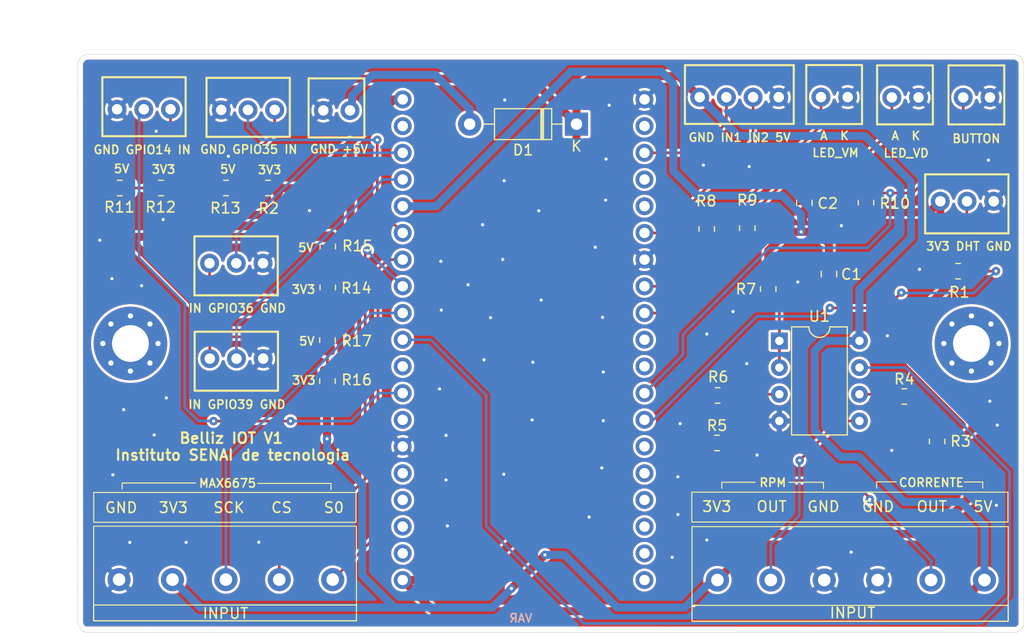
<source format=kicad_pcb>
(kicad_pcb (version 20221018) (generator pcbnew)
  (layers (0 "F.Cu" signal) (31 "B.Cu" signal) (34 "B.Paste" user) (35 "F.Paste" user) (36 "B.SilkS" user "B.Silkscreen") (37 "F.SilkS" user "F.Silkscreen") (38 "B.Mask" user) (39 "F.Mask" user) (44 "Edge.Cuts" user))
  (net 0 "")
  (net 1 "BUFFER_ACS712")
  (net 2 "Earth")
  (net 3 "BT_CONFIG")
  (net 4 "Rele_2")
  (net 5 "5V")
  (net 6 "Net-(J2-Pad1)")
  (net 7 "Net-(J3-Pad1)")
  (net 8 "SO_MAX6675")
  (net 9 "CS_MAX6675")
  (net 10 "SCK_MAX6675")
  (net 11 "OUT_ACS712")
  (net 12 "OUT_TCRT5000")
  (net 13 "3V3")
  (net 20 "OUT_DHT")
  (net 23 "LED_VD")
  (net 24 "LED_VM")
  (net 31 "Rele_1")
  (net 33 "GPIO14")
  (net 34 "OUT_RPM")
  (net 35 "GPIO35")
  (net 36 "GPIO39")
  (net 37 "GPIO36")
  (net 39 "Net-(U1B--)")
  (net 40 "Net-(U1A-+)")
  (net 41 "Net-(U1A--)")
  (net 42 "Net-(J7-Pin_3)")
  (net 43 "Net-(J12-Pin_3)")
  (net 44 "Net-(J13-Pin_3)")
  (net 45 "Net-(J14-Pin_3)")
  (net 48 "Net-(D1-A)")
  (footprint "My_library_footprint:KK_2vias" (layer "F.Cu") (at 129.43 54.09)
    (fp_text reference "J3" hide)
    (fp_text value "440054-2" hide)
  )
  (footprint "My_library_footprint:KK_2vias" (layer "F.Cu") (at 122.6893 54.0623)
    (fp_text reference "J2" hide)
    (fp_text value "440054-2" hide)
  )
  (footprint "MountingHole:MountingHole_3.5mm_Pad_Via" (layer "F.Cu") (at 55 77.5)
    (fp_text reference "REF**" hide)
    (fp_text value "MountingHole_3.5mm_Pad_Via" hide)
  )
  (footprint "Resistor_SMD:R_0805_2012Metric" (layer "F.Cu") (at 53.98375 62.70875)
    (fp_text reference "R11")
    (fp_text value "0R")
  )
  (footprint "Resistor_SMD:R_0805_2012Metric" (layer "F.Cu") (at 109.82 66.6 90)
    (fp_text reference "R8")
    (fp_text value "330R")
  )
  (footprint "My_library_footprint:KK_3Vias" (layer "F.Cu") (at 65.63 78.94 180)
    (fp_text reference "J14" hide)
    (fp_text value "Conn_01x03" hide)
  )
  (footprint "Resistor_SMD:R_0805_2012Metric" (layer "F.Cu") (at 113.68 66.54 90)
    (fp_text reference "R9")
    (fp_text value "330R")
  )
  (footprint "Resistor_SMD:R_0805_2012Metric" (layer "F.Cu") (at 133.73 70.62)
    (fp_text reference "R1")
    (fp_text value "4K7")
  )
  (footprint "My_library_footprint:Pin_header_19vias_female" (layer "F.Cu") (at 80.9 100 90)
    (fp_text reference "J9" hide)
    (fp_text value "Conn_01x19_Socket" hide)
  )
  (footprint "My_library_footprint:Pin_header_19vias_female" (layer "F.Cu") (at 103.9 100 90)
    (fp_text reference "J8" hide)
    (fp_text value "Conn_01x19_Socket" hide)
  )
  (footprint "Resistor_SMD:R_0805_2012Metric" (layer "F.Cu") (at 73.7412 77.1725 -90)
    (fp_text reference "R17")
    (fp_text value "0R")
  )
  (footprint "My_library_footprint:KK_3Vias" (layer "F.Cu") (at 55.73125 55.21875)
    (fp_text reference "J7" hide)
    (fp_text value "Conn_01x03" hide)
  )
  (footprint "Package_DIP:DIP-8_W7.62mm" (layer "F.Cu") (at 116.73 77.25)
    (fp_text reference "U1")
    (fp_text value "LM358")
  )
  (footprint "Resistor_SMD:R_0805_2012Metric" (layer "F.Cu") (at 128.62 82.54)
    (fp_text reference "R4")
    (fp_text value "2K2")
  )
  (footprint "Resistor_SMD:R_0805_2012Metric" (layer "F.Cu") (at 73.7412 81.0825 90)
    (fp_text reference "R16")
    (fp_text value "0R")
  )
  (footprint "My_library_footprint:KRE_5Vias" (layer "F.Cu") (at 58.9997 99.96 180)
    (fp_text reference "J15" hide)
    (fp_text value "Conn_01x05")
  )
  (footprint "My_library_footprint:KK_4vias" (layer "F.Cu") (at 111.15 54.07)
    (fp_text reference "J6" hide)
    (fp_text value "Conn_01x04" hide)
  )
  (footprint "Resistor_SMD:R_0805_2012Metric" (layer "F.Cu") (at 131.74 86.82 90)
    (fp_text reference "R3")
    (fp_text value "750R")
  )
  (footprint "My_library_footprint:KK_2vias" (layer "F.Cu") (at 75.3493 55.32875)
    (fp_text reference "J1" hide)
    (fp_text value "~" hide)
  )
  (footprint "My_library_footprint:KK_3Vias" (layer "F.Cu") (at 65.64125 55.27875)
    (fp_text reference "J12" hide)
    (fp_text value "Conn_01x03" hide)
  )
  (footprint "Diode_THT:D_DO-41_SOD81_P10.16mm_Horizontal" (layer "F.Cu") (at 97.43 56.63 180)
    (fp_text reference "D1")
    (fp_text value "1N4007")
  )
  (footprint "Resistor_SMD:R_0805_2012Metric" (layer "F.Cu") (at 64.09125 62.70875)
    (fp_text reference "R13")
    (fp_text value "0R")
  )
  (footprint "Resistor_SMD:R_0805_2012Metric" (layer "F.Cu") (at 68.09125 62.70875 180)
    (fp_text reference "R2")
    (fp_text value "0R")
  )
  (footprint "MountingHole:MountingHole_3.5mm_Pad_Via" (layer "F.Cu") (at 135 77.5)
    (fp_text reference "REF**" hide)
    (fp_text value "MountingHole_3.5mm_Pad_Via" hide)
  )
  (footprint "Resistor_SMD:R_0805_2012Metric" (layer "F.Cu") (at 110.8 86.96)
    (fp_text reference "R5")
    (fp_text value "10K")
  )
  (footprint "My_library_footprint:KRE_6Vias" (layer "F.Cu") (at 121 100 180)
    (fp_text reference "J10" hide)
    (fp_text value "Conn_01x06" hide)
  )
  (footprint "Resistor_SMD:R_0805_2012Metric" (layer "F.Cu") (at 57.91125 62.70875 180)
    (fp_text reference "R12")
    (fp_text value "0R")
  )
  (footprint "Resistor_SMD:R_0805_2012Metric" (layer "F.Cu") (at 73.77 72.1675 90)
    (fp_text reference "R14")
    (fp_text value "0R")
  )
  (footprint "My_library_footprint:KK_3Vias" (layer "F.Cu") (at 135.12 63.97 180)
    (fp_text reference "J11" hide)
    (fp_text value "Conn_01x03" hide)
  )
  (footprint "My_library_footprint:KK_2vias" (layer "F.Cu") (at 136.2193 54.0923)
    (fp_text reference "J4" hide)
    (fp_text value "440054-2" hide)
  )
  (footprint "Resistor_SMD:R_0805_2012Metric" (layer "F.Cu") (at 115.67 72.32 90)
    (fp_text reference "R7")
    (fp_text value "100R")
  )
  (footprint "Capacitor_SMD:C_0805_2012Metric" (layer "F.Cu") (at 121.45 70.89 -90)
    (fp_text reference "C1")
    (fp_text value "100nF")
  )
  (footprint "My_library_footprint:KK_3Vias" (layer "F.Cu") (at 65.6088 69.865 180)
    (fp_text reference "J13" hide)
    (fp_text value "Conn_01x03" hide)
  )
  (footprint "Resistor_SMD:R_0805_2012Metric" (layer "F.Cu") (at 124.97 64.1 90)
    (fp_text reference "R10")
    (fp_text value "10K")
  )
  (footprint "Resistor_SMD:R_0805_2012Metric" (layer "F.Cu") (at 110.86 82.44 180)
    (fp_text reference "R6")
    (fp_text value "20K")
  )
  (footprint "Capacitor_SMD:C_0805_2012Metric" (layer "F.Cu") (at 119.11 64.13 -90)
    (fp_text reference "C2")
    (fp_text value "100nF")
  )
  (footprint "Resistor_SMD:R_0805_2012Metric" (layer "F.Cu") (at 73.77 68.2675 -90)
    (fp_text reference "R15")
    (fp_text value "0R")
  )
  (gr_line (start 125.9825 91.25) (end 125.9825 90.66) (stroke (width 0.1)) (layer "F.SilkS"))
  (gr_rect (start 108.4 91.64) (end 138.47 94.48) (stroke (width 0.1)) (fill none) (layer "F.SilkS"))
  (gr_line (start 74.08 91.405) (end 74.08 90.815) (stroke (width 0.1)) (layer "F.SilkS"))
  (gr_line (start 67.1 90.81) (end 74.08 90.81) (stroke (width 0.1)) (layer "F.SilkS"))
  (gr_line (start 134.32 90.675) (end 136.08 90.675) (stroke (width 0.1)) (layer "F.SilkS"))
  (gr_line (start 120.93 91.295) (end 120.93 90.705) (stroke (width 0.1)) (layer "F.SilkS"))
  (gr_line (start 136.08 91.265) (end 136.08 90.675) (stroke (width 0.1)) (layer "F.SilkS"))
  (gr_rect (start 51.51 91.67) (end 76.46 94.51) (stroke (width 0.1)) (fill none) (layer "F.SilkS"))
  (gr_line (start 111.265 90.7) (end 114.42 90.7) (stroke (width 0.1)) (layer "F.SilkS"))
  (gr_line (start 111.26 91.29) (end 111.26 90.7) (stroke (width 0.1)) (layer "F.SilkS"))
  (gr_line (start 125.9875 90.66) (end 127.8325 90.66) (stroke (width 0.1)) (layer "F.SilkS"))
  (gr_line (start 117.615 90.7) (end 120.925 90.7) (stroke (width 0.1)) (layer "F.SilkS"))
  (gr_line (start 54.21 91.365) (end 54.21 90.775) (stroke (width 0.1)) (layer "F.SilkS"))
  (gr_line (start 54.21 90.77) (end 61.19 90.77) (stroke (width 0.1)) (layer "F.SilkS"))
  (gr_arc (start 139 50) (mid 139.707107 50.292893) (end 140 51) (stroke (width 0.05)) (layer "Edge.Cuts"))
  (gr_line (start 140 104) (end 140 51) (stroke (width 0.05)) (layer "Edge.Cuts"))
  (gr_arc (start 140 104) (mid 139.707107 104.707107) (end 139 105) (stroke (width 0.05)) (layer "Edge.Cuts"))
  (gr_line (start 49.990001 50.98005) (end 50.010001 103.956615) (stroke (width 0.05)) (layer "Edge.Cuts"))
  (gr_line (start 139 50) (end 50.98 50) (stroke (width 0.05)) (layer "Edge.Cuts"))
  (gr_arc (start 49.990001 50.98005) (mid 50.283474 50.286453) (end 50.98 50) (stroke (width 0.05)) (layer "Edge.Cuts"))
  (gr_arc (start 51.01 104.997414) (mid 50.288325 104.69) (end 50.010001 103.956615) (stroke (width 0.05)) (layer "Edge.Cuts"))
  (gr_line (start 51.01 104.997414) (end 139 105) (stroke (width 0.05)) (layer "Edge.Cuts"))
  (gr_text "VAR\n" (at 93.32 104.1) (layer "B.SilkS") (effects (font (size 0.8 0.8) (thickness 0.15) bold) (justify left bottom mirror)))
  (gr_text "LED_VM" (at 119.78 59.83) (layer "F.SilkS") (effects (font (size 0.8 0.8) (thickness 0.15) bold) (justify left bottom)))
  (gr_text "A  K" (at 120.52 58.21) (layer "F.SilkS") (effects (font (size 0.8 0.8) (thickness 0.15) bold) (justify left bottom)))
  (gr_text "BUTTON" (at 133.1 58.48) (layer "F.SilkS") (effects (font (size 0.8 0.8) (thickness 0.15) bold) (justify left bottom)))
  (gr_text "3V3" (at 70.2912 81.47) (layer "F.SilkS") (effects (font (size 0.8 0.8) (thickness 0.15) bold) (justify left bottom)))
  (gr_text "3V3" (at 67.04245 61.44875) (layer "F.SilkS") (effects (font (size 0.8 0.8) (thickness 0.15) bold) (justify left bottom)))
  (gr_text "3V3" (at 70.26 72.8275) (layer "F.SilkS") (effects (font (size 0.8 0.8) (thickness 0.15) bold) (justify left bottom)))
  (gr_text "GND GPIO14 IN\n" (at 51.41125 59.53875) (layer "F.SilkS") (effects (font (size 0.8 0.8) (thickness 0.15) bold) (justify left bottom)))
  (gr_text "GND" (at 52.5 93.7) (layer "F.SilkS") (effects (font (size 1 1)) (justify left bottom)))
  (gr_text "3V3" (at 109.3 93.6) (layer "F.SilkS") (effects (font (size 1 1)) (justify left bottom)))
  (gr_text "CS" (at 68.3 93.7) (layer "F.SilkS") (effects (font (size 1 1)) (justify left bottom)))
  (gr_text "IN GPIO36 GND" (at 60.4588 74.615) (layer "F.SilkS") (effects (font (size 0.8 0.8) (thickness 0.15) bold) (justify left bottom)))
  (gr_text "LED_VD" (at 126.56 59.86) (layer "F.SilkS") (effects (font (size 0.8 0.8) (thickness 0.15) bold) (justify left bottom)))
  (gr_text "OUT" (at 129.7 93.6) (layer "F.SilkS") (effects (font (size 1 1)) (justify left bottom)))
  (gr_text "RPM" (at 114.75 91.2) (layer "F.SilkS") (effects (font (size 0.8 0.8) (thickness 0.15) bold) (justify left bottom)))
  (gr_text "GND IN1 IN2 5V" (at 108.01 58.37) (layer "F.SilkS") (effects (font (size 0.8 0.8) (thickness 0.15) bold) (justify left bottom)))
  (gr_text "5V" (at 63.44245 61.38875) (layer "F.SilkS") (effects (font (size 0.8 0.8) (thickness 0.15) bold) (justify left bottom)))
  (gr_text "GND" (at 119.3 93.6) (layer "F.SilkS") (effects (font (size 1 1)) (justify left bottom)))
  (gr_text "A  K" (at 127.31 58.21) (layer "F.SilkS") (effects (font (size 0.8 0.8) (thickness 0.15) bold) (justify left bottom)))
  (gr_text "MAX6675" (at 61.43 91.26) (layer "F.SilkS") (effects (font (size 0.8 0.8) (thickness 0.15) bold) (justify left bottom)))
  (gr_text "OUT" (at 114.47 93.6) (layer "F.SilkS") (effects (font (size 1 1)) (justify left bottom)))
  (gr_text "GND +5V\n" (at 72.00125 59.47875) (layer "F.SilkS") (effects (font (size 0.8 0.8) (thickness 0.15) bold) (justify left bottom)))
  (gr_text "5V" (at 135.1 93.6) (layer "F.SilkS") (effects (font (size 1 1)) (justify left bottom)))
  (gr_text "S0" (at 73.3 93.7) (layer "F.SilkS") (effects (font (size 1 1)) (justify left bottom)))
  (gr_text "5V" (at 70.9612 77.75) (layer "F.SilkS") (effects (font (size 0.8 0.8) (thickness 0.15) bold) (justify left bottom)))
  (gr_text "3V3" (at 57.6 93.7) (layer "F.SilkS") (effects (font (size 1 1)) (justify left bottom)))
  (gr_text "        Belliz IOT V1\nInstituto SENAI de tecnologia\n" (at 53.46 88.7) (layer "F.SilkS") (effects (font (size 1 1) (thickness 0.2) bold) (justify left bottom)))
  (gr_text "SCK" (at 62.8 93.7) (layer "F.SilkS") (effects (font (size 1 1)) (justify left bottom)))
  (gr_text "3V3" (at 56.94375 61.40875) (layer "F.SilkS") (effects (font (size 0.8 0.8) (thickness 0.15) bold) (justify left bottom)))
  (gr_text "3V3 DHT GND\n" (at 130.61 68.72) (layer "F.SilkS") (effects (font (size 0.8 0.8) (thickness 0.15) bold) (justify left bottom)))
  (gr_text "GND" (at 124.5 93.6) (layer "F.SilkS") (effects (font (size 1 1)) (justify left bottom)))
  (gr_text "GND GPIO35 IN" (at 61.55125 59.50875) (layer "F.SilkS") (effects (font (size 0.8 0.8) (thickness 0.15) bold) (justify left bottom)))
  (gr_text "5V" (at 53.34375 61.34875) (layer "F.SilkS") (effects (font (size 0.8 0.8) (thickness 0.15) bold) (justify left bottom)))
  (gr_text "IN GPIO39 GND" (at 60.42 83.775) (layer "F.SilkS") (effects (font (size 0.8 0.8) (thickness 0.15) bold) (justify left bottom)))
  (gr_text "CORRENTE" (at 128.02 91.2) (layer "F.SilkS") (effects (font (size 0.8 0.8) (thickness 0.15) bold) (justify left bottom)))
  (gr_text "5V" (at 70.87 68.8475) (layer "F.SilkS") (effects (font (size 0.8 0.8) (thickness 0.15) bold) (justify left bottom)))
  (segment (start 118.8 66.88) (end 117.45 66.88) (width 0.762) (layer "F.Cu") (net 1))
  (segment (start 121.45 68.01) (end 120.32 66.88) (width 0.762) (layer "F.Cu") (net 1))
  (segment (start 121.45 69.94) (end 121.45 68.01) (width 0.762) (layer "F.Cu") (net 1))
  (segment (start 120.32 66.88) (end 118.8 66.88) (width 0.762) (layer "F.Cu") (net 1))
  (segment (start 117.45 66.88) (end 115.67 68.66) (width 0.762) (layer "F.Cu") (net 1))
  (segment (start 115.67 68.66) (end 115.67 71.4075) (width 0.762) (layer "F.Cu") (net 1))
  (via (at 118.8 66.88) (size 0.8) (drill 0.3) (layers "F.Cu" "B.Cu") (net 1))
  (segment (start 117.02 63.44) (end 108.98 63.44) (width 0.762) (layer "B.Cu") (net 1))
  (segment (start 106.64 61.1) (end 106.64 52.76) (width 0.762) (layer "B.Cu") (net 1))
  (segment (start 96.87 51.65) (end 84.08 64.44) (width 0.762) (layer "B.Cu") (net 1))
  (segment (start 118.8 65.22) (end 117.02 63.44) (width 0.762) (layer "B.Cu") (net 1))
  (segment (start 108.98 63.44) (end 106.64 61.1) (width 0.762) (layer "B.Cu") (net 1))
  (segment (start 105.53 51.65) (end 96.87 51.65) (width 0.762) (layer "B.Cu") (net 1))
  (segment (start 84.08 64.44) (end 80.9 64.44) (width 0.762) (layer "B.Cu") (net 1))
  (segment (start 118.8 66.88) (end 118.8 65.22) (width 0.762) (layer "B.Cu") (net 1))
  (segment (start 106.64 52.76) (end 105.53 51.65) (width 0.762) (layer "B.Cu") (net 1))
  (via (at 99.84 89.33) (size 0.8) (drill 0.3) (layers "F.Cu" "B.Cu") (net 2))
  (via (at 94.07 73.37) (size 0.8) (drill 0.3) (layers "F.Cu" "B.Cu") (net 2))
  (via (at 58.42 82.67) (size 0.8) (drill 0.3) (layers "F.Cu" "B.Cu") (net 2))
  (via (at 127.42 87.67) (size 0.8) (drill 0.3) (layers "F.Cu" "B.Cu") (net 2))
  (via (at 54.94 96.42) (size 0.8) (drill 0.3) (layers "F.Cu" "B.Cu") (net 2))
  (via (at 57.26 86.2) (size 0.8) (drill 0.3) (layers "F.Cu" "B.Cu") (net 2))
  (via (at 109.83 76.6) (size 0.8) (drill 0.3) (layers "F.Cu" "B.Cu") (net 2))
  (via (at 87.118005 71.913798) (size 0.8) (drill 0.3) (layers "F.Cu" "B.Cu") (net 2))
  (via (at 113.86 60.67) (size 0.8) (drill 0.3) (layers "F.Cu" "B.Cu") (net 2))
  (via (at 113.628398 79.411687) (size 0.8) (drill 0.3) (layers "F.Cu" "B.Cu") (net 2))
  (via (at 100.54 54.83) (size 0.8) (drill 0.3) (layers "F.Cu" "B.Cu") (net 2))
  (via (at 99.98 84.84) (size 0.8) (drill 0.3) (layers "F.Cu" "B.Cu") (net 2))
  (via (at 107.08 93.77) (size 0.8) (drill 0.3) (layers "F.Cu" "B.Cu") (net 2))
  (via (at 98.63 94.01) (size 0.8) (drill 0.3) (layers "F.Cu" "B.Cu") (net 2))
  (via (at 72.03 64.86) (size 0.8) (drill 0.3) (layers "F.Cu" "B.Cu") (net 2))
  (via (at 100.24 59.95) (size 0.8) (drill 0.3) (layers "F.Cu" "B.Cu") (net 2))
  (via (at 53.24 71.33) (size 0.8) (drill 0.3) (layers "F.Cu" "B.Cu") (net 2))
  (via (at 84.57 74.32) (size 0.8) (drill 0.3) (layers "F.Cu" "B.Cu") (net 2))
  (via (at 54.36 83.79) (size 0.8) (drill 0.3) (layers "F.Cu" "B.Cu") (net 2))
  (via (at 136.62 60.06) (size 0.8) (drill 0.3) (layers "F.Cu" "B.Cu") (net 2))
  (via (at 85.02 90.48) (size 0.8) (drill 0.3) (layers "F.Cu" "B.Cu") (net 2))
  (via (at 107.29 85.12) (size 0.8) (drill 0.3) (layers "F.Cu" "B.Cu") (net 2))
  (via (at 90.55 62.01) (size 0.8) (drill 0.3) (layers "F.Cu" "B.Cu") (net 2))
  (via (at 107.07 90.18) (size 0.8) (drill 0.3) (layers "F.Cu" "B.Cu") (net 2))
  (via (at 99.91 75.01) (size 0.8) (drill 0.3) (layers "F.Cu" "B.Cu") (net 2))
  (via (at 58.11 65.71) (size 0.8) (drill 0.3) (layers "F.Cu" "B.Cu") (net 2))
  (via (at 136.75 82.98) (size 0.8) (drill 0.3) (layers "F.Cu" "B.Cu") (net 2))
  (via (at 130.06 70.44) (size 0.8) (drill 0.3) (layers "F.Cu" "B.Cu") (net 2))
  (via (at 118.48 71.65) (size 0.8) (drill 0.3) (layers "F.Cu" "B.Cu") (net 2))
  (via (at 88.5 66.2) (size 0.8) (drill 0.3) (layers "F.Cu" "B.Cu") (net 2))
  (via (at 88.64 79.05) (size 0.8) (drill 0.3) (layers "F.Cu" "B.Cu") (net 2))
  (via (at 109.83 96.19) (size 0.8) (drill 0.3) (layers "F.Cu" "B.Cu") (net 2))
  (via (at 90.42 69.5) (size 0.8) (drill 0.3) (layers "F.Cu" "B.Cu") (net 2))
  (via (at 100.2 63.86) (size 0.8) (drill 0.3) (layers "F.Cu" "B.Cu") (net 2))
  (via (at 84.4 81.82) (size 0.8) (drill 0.3) (layers "F.Cu" "B.Cu") (net 2))
  (via (at 99.21 68.34) (size 0.8) (drill 0.3) (layers "F.Cu" "B.Cu") (net 2))
  (via (at 112.32 74.46) (size 0.8) (drill 0.3) (layers "F.Cu" "B.Cu") (net 2))
  (via (at 56.06 72) (size 0.8) (drill 0.3) (layers "F.Cu" "B.Cu") (net 2))
  (via (at 90.51 89.94) (size 0.8) (drill 0.3) (layers "F.Cu" "B.Cu") (net 2))
  (via (at 52.08 67.67) (size 0.8) (drill 0.3) (layers "F.Cu" "B.Cu") (net 2))
  (via (at 57.45 57.31) (size 0.8) (drill 0.3) (layers "F.Cu" "B.Cu") (net 2))
  (via (at 137.46 85.26) (size 0.8) (drill 0.3) (layers "F.Cu" "B.Cu") (net 2))
  (via (at 99.98 80.21) (size 0.8) (drill 0.3) (layers "F.Cu" "B.Cu") (net 2))
  (via (at 85.02 86.24) (size 0.8) (drill 0.3) (layers "F.Cu" "B.Cu") (net 2))
  (via (at 90.61 54.34) (size 0.8) (drill 0.3) (layers "F.Cu" "B.Cu") (net 2))
  (via (at 93.28 79.28) (size 0.8) (drill 0.3) (layers "F.Cu" "B.Cu") (net 2))
  (via (at 137.37 92.89) (size 0.8) (drill 0.3) (layers "F.Cu" "B.Cu") (net 2))
  (via (at 93.21 84.77) (size 0.8) (drill 0.3) (layers "F.Cu" "B.Cu") (net 2))
  (via (at 93.84 64.87) (size 0.8) (drill 0.3) (layers "F.Cu" "B.Cu") (net 2))
  (via (at 123.56 97.35) (size 0.8) (drill 0.3) (layers "F.Cu" "B.Cu") (net 2))
  (via (at 60.3 96.42) (size 0.8) (drill 0.3) (layers "F.Cu" "B.Cu") (net 2))
  (via (at 85.15 94.85) (size 0.8) (drill 0.3) (layers "F.Cu" "B.Cu") (net 2))
  (via (at 67.21 96.4) (size 0.8) (drill 0.3) (layers "F.Cu" "B.Cu") (net 2))
  (via (at 53.33 89.99) (size 0.8) (drill 0.3) (layers "F.Cu" "B.Cu") (net 2))
  (via (at 89.26 75.04) (size 0.8) (drill 0.3) (layers "F.Cu" "B.Cu") (net 2))
  (via (at 122.63 66.29) (size 0.8) (drill 0.3) (layers "F.Cu" "B.Cu") (net 2))
  (via (at 84.53 69.68) (size 0.8) (drill 0.3) (layers "F.Cu" "B.Cu") (net 2))
  (via (at 106.53 97.84) (size 0.8) (drill 0.3) (layers "F.Cu" "B.Cu") (net 2))
  (via (at 109.5 60.53) (size 0.8) (drill 0.3) (layers "F.Cu" "B.Cu") (net 2))
  (via (at 114.61 88.11) (size 0.8) (drill 0.3) (layers "F.Cu" "B.Cu") (net 2))
  (via (at 64.31 59.69) (size 0.8) (drill 0.3) (layers "F.Cu" "B.Cu") (net 2))
  (via (at 127 76.77) (size 0.8) (drill 0.3) (layers "F.Cu" "B.Cu") (net 2))
  (segment (start 127.27 63.1875) (end 124.97 63.1875) (width 0.254) (layer "F.Cu") (net 3))
  (segment (start 124.9625 63.18) (end 124.97 63.1875) (width 0.254) (layer "F.Cu") (net 3))
  (segment (start 127.27 63.1875) (end 129.4325 63.1875) (width 0.254) (layer "F.Cu") (net 3))
  (segment (start 134.2193 58.4007) (end 134.2193 54.0923) (width 0.254) (layer "F.Cu") (net 3))
  (segment (start 129.4325 63.1875) (end 134.2193 58.4007) (width 0.254) (layer "F.Cu") (net 3))
  (segment (start 119.11 63.18) (end 124.9625 63.18) (width 0.254) (layer "F.Cu") (net 3))
  (via (at 127.27 63.1875) (size 0.8) (drill 0.3) (layers "F.Cu" "B.Cu") (net 3))
  (segment (start 125.11 68.4) (end 115.8 68.4) (width 0.254) (layer "B.Cu") (net 3))
  (segment (start 107.56 76.64) (end 107.56 78.56) (width 0.254) (layer "B.Cu") (net 3))
  (segment (start 127.27 66.24) (end 125.11 68.4) (width 0.254) (layer "B.Cu") (net 3))
  (segment (start 115.8 68.4) (end 107.56 76.64) (width 0.254) (layer "B.Cu") (net 3))
  (segment (start 107.56 78.56) (end 103.9 82.22) (width 0.254) (layer "B.Cu") (net 3))
  (segment (start 127.27 63.1875) (end 127.27 66.24) (width 0.254) (layer "B.Cu") (net 3))
  (segment (start 105.53 66.98) (end 114.23 58.28) (width 0.254) (layer "F.Cu") (net 4))
  (segment (start 114.23 58.28) (end 114.23 54.07) (width 0.254) (layer "F.Cu") (net 4))
  (segment (start 103.9 66.98) (end 105.53 66.98) (width 0.254) (layer "F.Cu") (net 4))
  (segment (start 98.89 52.07) (end 107.15 52.07) (width 0.762) (layer "F.Cu") (net 5))
  (segment (start 87.68 100) (end 97.43 90.25) (width 0.762) (layer "F.Cu") (net 5))
  (segment (start 136.24 99.89) (end 133.16 102.97) (width 0.762) (layer "F.Cu") (net 5))
  (segment (start 52.51 52.51) (end 59.7825 52.51) (width 0.762) (layer "F.Cu") (net 5))
  (segment (start 61.28125 54.00875) (end 61.28125 60.29875) (width 0.762) (layer "F.Cu") (net 5))
  (segment (start 93.12 52.32) (end 62.97 52.32) (width 0.762) (layer "F.Cu") (net 5))
  (segment (start 52.56125 62.70875) (end 51.76125 61.90875) (width 0.762) (layer "F.Cu") (net 5))
  (segment (start 53.07125 62.70875) (end 52.56125 62.70875) (width 0.762) (layer "F.Cu") (net 5))
  (segment (start 53.07125 65.71125) (end 53.07125 65.16875) (width 0.762) (layer "F.Cu") (net 5))
  (segment (start 107.15 52.07) (end 109.15 54.07) (width 0.762) (layer "F.Cu") (net 5))
  (segment (start 51.76125 53.25875) (end 52.51 52.51) (width 0.762) (layer "F.Cu") (net 5))
  (segment (start 80.9 100) (end 87.68 100) (width 0.762) (layer "F.Cu") (net 5))
  (segment (start 73.7412 76.26) (end 72.9612 75.48) (width 0.762) (layer "F.Cu") (net 5))
  (segment (start 61.28125 60.29875) (end 63.17875 62.19625) (width 0.762) (layer "F.Cu") (net 5))
  (segment (start 133.16 102.97) (end 83.87 102.97) (width 0.762) (layer "F.Cu") (net 5))
  (segment (start 53.07125 65.16875) (end 53.07125 62.70875) (width 0.762) (layer "F.Cu") (net 5))
  (segment (start 59.7825 52.51) (end 61.28125 54.00875) (width 0.762) (layer "F.Cu") (net 5))
  (segment (start 97.43 56.63) (end 93.12 52.32) (width 0.762) (layer "F.Cu") (net 5))
  (segment (start 97.43 90.25) (end 97.43 56.63) (width 0.762) (layer "F.Cu") (net 5))
  (segment (start 97.43 56.63) (end 97.43 53.53) (width 0.762) (layer "F.Cu") (net 5))
  (segment (start 63.17875 62.19625) (end 63.17875 62.70875) (width 0.762) (layer "F.Cu") (net 5))
  (segment (start 83.87 102.97) (end 80.9 100) (width 0.762) (layer "F.Cu") (net 5))
  (segment (start 72.9612 75.48) (end 62.84 75.48) (width 0.762) (layer "F.Cu") (net 5))
  (segment (start 62.84 75.48) (end 54.715 67.355) (width 0.762) (layer "F.Cu") (net 5))
  (segment (start 62.97 52.32) (end 61.28125 54.00875) (width 0.762) (layer "F.Cu") (net 5))
  (segment (start 54.715 67.355) (end 53.07125 65.71125) (width 0.762) (layer "F.Cu") (net 5))
  (segment (start 97.43 53.53) (end 98.89 52.07) (width 0.762) (layer "F.Cu") (net 5))
  (segment (start 73.77 67.355) (end 54.715 67.355) (width 0.762) (layer "F.Cu") (net 5))
  (segment (start 51.76125 61.90875) (end 51.76125 53.25875) (width 0.762) (layer "F.Cu") (net 5))
  (segment (start 120.09 78.18) (end 120.09 85.81) (width 0.762) (layer "B.Cu") (net 5))
  (segment (start 120.09 85.81) (end 122.56 88.28) (width 0.762) (layer "B.Cu") (net 5))
  (segment (start 136.24 94.79) (end 136.24 100) (width 0.762) (layer "B.Cu") (net 5))
  (segment (start 129.26 67.44) (end 129.26 62.154077) (width 0.762) (layer "B.Cu") (net 5))
  (segment (start 121.02 77.25) (end 120.09 78.18) (width 0.762) (layer "B.Cu") (net 5))
  (segment (start 122.56 88.28) (end 124.32 88.28) (width 0.762) (layer "B.Cu") (net 5))
  (segment (start 124.35 72.35) (end 129.26 67.44) (width 0.762) (layer "B.Cu") (net 5))
  (segment (start 124.35 77.25) (end 124.35 72.35) (width 0.762) (layer "B.Cu") (net 5))
  (segment (start 124.35 77.25) (end 121.02 77.25) (width 0.762) (layer "B.Cu") (net 5))
  (segment (start 129.26 62.154077) (end 124.865923 57.76) (width 0.762) (layer "B.Cu") (net 5))
  (segment (start 124.865923 57.76) (end 112.84 57.76) (width 0.762) (layer "B.Cu") (net 5))
  (segment (start 134.02 92.57) (end 136.24 94.79) (width 0.762) (layer "B.Cu") (net 5))
  (segment (start 124.32 88.28) (end 128.61 92.57) (width 0.762) (layer "B.Cu") (net 5))
  (segment (start 112.84 57.76) (end 109.15 54.07) (width 0.762) (layer "B.Cu") (net 5))
  (segment (start 128.61 92.57) (end 134.02 92.57) (width 0.762) (layer "B.Cu") (net 5))
  (segment (start 120.6893 56.7607) (end 120.6893 54.0623) (width 0.254) (layer "F.Cu") (net 6))
  (segment (start 109.82 65.6875) (end 111.7625 65.6875) (width 0.254) (layer "F.Cu") (net 6))
  (segment (start 111.7625 65.6875) (end 120.6893 56.7607) (width 0.254) (layer "F.Cu") (net 6))
  (segment (start 117.7275 61.58) (end 122.98 61.58) (width 0.254) (layer "F.Cu") (net 7))
  (segment (start 113.68 65.6275) (end 117.7275 61.58) (width 0.254) (layer "F.Cu") (net 7))
  (segment (start 127.43 57.13) (end 127.43 54.09) (width 0.254) (layer "F.Cu") (net 7))
  (segment (start 122.98 61.58) (end 127.43 57.13) (width 0.254) (layer "F.Cu") (net 7))
  (segment (start 79.49 69.52) (end 80.9 69.52) (width 0.254) (layer "F.Cu") (net 8))
  (segment (start 78.55 70.46) (end 79.49 69.52) (width 0.254) (layer "F.Cu") (net 8))
  (segment (start 74.2397 99.96) (end 78.55 95.6497) (width 0.254) (layer "F.Cu") (net 8))
  (segment (start 78.55 95.6497) (end 78.55 70.46) (width 0.254) (layer "F.Cu") (net 8))
  (segment (start 77.53 68.65) (end 77.33 68.85) (width 0.254) (layer "F.Cu") (net 9))
  (segment (start 77.33 68.85) (end 77.33 90.39) (width 0.254) (layer "F.Cu") (net 9))
  (segment (start 69.1597 98.5603) (end 69.1597 99.96) (width 0.254) (layer "F.Cu") (net 9))
  (segment (start 77.33 90.39) (end 69.1597 98.5603) (width 0.254) (layer "F.Cu") (net 9))
  (via (at 77.53 68.65) (size 0.8) (drill 0.3) (layers "F.Cu" "B.Cu") (net 9))
  (segment (start 77.53 68.69) (end 80.9 72.06) (width 0.254) (layer "B.Cu") (net 9))
  (segment (start 77.53 68.65) (end 77.53 68.69) (width 0.254) (layer "B.Cu") (net 9))
  (segment (start 77.94 74.6) (end 80.9 74.6) (width 0.254) (layer "B.Cu") (net 10))
  (segment (start 64.0797 88.4603) (end 77.94 74.6) (width 0.254) (layer "B.Cu") (net 10))
  (segment (start 64.0797 99.96) (end 64.0797 88.4603) (width 0.254) (layer "B.Cu") (net 10))
  (segment (start 123.65 90.53) (end 125.33 92.21) (width 0.254) (layer "F.Cu") (net 11))
  (segment (start 109.8875 88.8875) (end 111.53 90.53) (width 0.254) (layer "F.Cu") (net 11))
  (segment (start 111.53 90.53) (end 123.65 90.53) (width 0.254) (layer "F.Cu") (net 11))
  (segment (start 109.8875 86.96) (end 109.8875 88.8875) (width 0.254) (layer "F.Cu") (net 11))
  (via (at 125.33 92.32) (size 0.8) (drill 0.3) (layers "F.Cu" "B.Cu") (net 11))
  (segment (start 125.33 92.32) (end 131.16 98.15) (width 0.254) (layer "B.Cu") (net 11))
  (segment (start 131.16 98.15) (end 131.16 100) (width 0.254) (layer "B.Cu") (net 11))
  (segment (start 118.66 88.62) (end 122.41 84.87) (width 0.254) (layer "F.Cu") (net 12))
  (segment (start 122.41 84.87) (end 124.35 84.87) (width 0.254) (layer "F.Cu") (net 12))
  (via (at 118.66 88.62) (size 0.8) (drill 0.3) (layers "F.Cu" "B.Cu") (net 12))
  (segment (start 115.92 100) (end 115.92 96.58) (width 0.254) (layer "B.Cu") (net 12))
  (segment (start 118.63 93.87) (end 118.63 88.6) (width 0.254) (layer "B.Cu") (net 12))
  (segment (start 115.92 96.58) (end 118.63 93.87) (width 0.254) (layer "B.Cu") (net 12))
  (segment (start 71.62125 62.72875) (end 80.07 54.28) (width 0.762) (layer "F.Cu") (net 13))
  (segment (start 129.24 75.56) (end 132.8175 71.9825) (width 0.762) (layer "F.Cu") (net 13))
  (segment (start 69.00375 64.16625) (end 67.90125 65.26875) (width 0.762) (layer "F.Cu") (net 13))
  (segment (start 135.1 84.85) (end 129.24 78.99) (width 0.762) (layer "F.Cu") (net 13))
  (segment (start 74.72 73.08) (end 73.77 73.08) (width 0.762) (layer "F.Cu") (net 13))
  (segment (start 131.34 95.61) (end 134.63 92.32) (width 0.762) (layer "F.Cu") (net 13))
  (segment (start 132.04 63.97) (end 130.9975 65.0125) (width 0.762) (layer "F.Cu") (net 13))
  (segment (start 132.8175 67.7675) (end 132.04 66.99) (width 0.762) (layer "F.Cu") (net 13))
  (segment (start 75.505 81.995) (end 75.94 81.56) (width 0.762) (layer "F.Cu") (net 13))
  (segment (start 75.94 81.56) (end 75.94 69.71) (width 0.762) (layer "F.Cu") (net 13))
  (segment (start 131.74 87.7325) (end 132.9975 87.7325) (width 0.762) (layer "F.Cu") (net 13))
  (segment (start 91.25 100.79) (end 94.43 97.61) (width 0.762) (layer "F.Cu") (net 13))
  (segment (start 132.8175 71.9825) (end 132.8175 70.62) (width 0.762) (layer "F.Cu") (net 13))
  (segment (start 67.90125 65.26875) (end 61.38375 65.26875) (width 0.762) (layer "F.Cu") (net 13))
  (segment (start 73.699837 86.56) (end 73.699837 82.036363) (width 0.762) (layer "F.Cu") (net 13))
  (segment (start 134.63 92.32) (end 134.63 90.6225) (width 0.762) (layer "F.Cu") (net 13))
  (segment (start 61.38375 65.26875) (end 58.82375 62.70875) (width 0.762) (layer "F.Cu") (net 13))
  (segment (start 75.8893 58.8493) (end 75.945 58.7936) (width 0.254) (layer "F.Cu") (net 13))
  (segment (start 75.945 58.405) (end 75.94 58.41) (width 0.762) (layer "F.Cu") (net 13))
  (segment (start 132.04 66.99) (end 132.04 63.97) (width 0.762) (layer "F.Cu") (net 13))
  (segment (start 69.00375 62.70875) (end 69.00375 64.16625) (width 0.762) (layer "F.Cu") (net 13))
  (segment (start 132.8175 70.62) (end 132.8175 67.7675) (width 0.762) (layer "F.Cu") (net 13))
  (segment (start 134.63 90.6225) (end 131.74 87.7325) (width 0.762) (layer "F.Cu") (net 13))
  (segment (start 69.00375 62.70875) (end 69.02375 62.72875) (width 0.762) (layer "F.Cu") (net 13))
  (segment (start 110.84 100) (end 115.23 95.61) (width 0.762) (layer "F.Cu") (net 13))
  (segment (start 73.7412 81.995) (end 75.505 81.995) (width 0.762) (layer "F.Cu") (net 13))
  (segment (start 115.23 95.61) (end 131.34 95.61) (width 0.762) (layer "F.Cu") (net 13))
  (segment (start 129.24 78.99) (end 129.24 75.56) (width 0.762) (layer "F.Cu") (net 13))
  (segment (start 75.94 58.41) (end 75.94 71.86) (width 0.762) (layer "F.Cu") (net 13))
  (segment (start 75.945 58.7936) (end 75.945 58.405) (width 0.254) (layer "F.Cu") (net 13))
  (segment (start 132.9975 87.7325) (end 135.1 85.63) (width 0.762) (layer "F.Cu") (net 13))
  (segment (start 80.07 54.28) (end 80.9 54.28) (width 0.762) (layer "F.Cu") (net 13))
  (segment (start 130.9975 65.0125) (end 124.97 65.0125) (width 0.762) (layer "F.Cu") (net 13))
  (segment (start 91.25 100.8) (end 91.25 100.79) (width 0.762) (layer "F.Cu") (net 13))
  (segment (start 135.1 85.63) (end 135.1 84.85) (width 0.762) (layer "F.Cu") (net 13))
  (segment (start 69.02375 62.72875) (end 71.62125 62.72875) (width 0.762) (layer "F.Cu") (net 13))
  (segment (start 75.94 71.86) (end 74.72 73.08) (width 0.762) (layer "F.Cu") (net 13))
  (via (at 73.699837 86.56) (size 0.8) (drill 0.3) (layers "F.Cu" "B.Cu") (net 13))
  (via (at 91.25 100.8) (size 0.8) (drill 0.3) (layers "F.Cu" "B.Cu") (net 13))
  (via (at 94.43 97.61) (size 0.8) (drill 0.3) (layers "F.Cu" "B.Cu") (net 13))
  (segment (start 73.699837 86.56) (end 73.699837 87.517185) (width 0.762) (layer "B.Cu") (net 13))
  (segment (start 107.74 102.61) (end 110.82 99.53) (width 0.762) (layer "B.Cu") (net 13))
  (segment (start 77.77 102.61) (end 61.6497 102.61) (width 0.762) (layer "B.Cu") (net 13))
  (segment (start 77.05 90.867348) (end 77.05 99.54) (width 0.762) (layer "B.Cu") (net 13))
  (segment (start 61.6497 102.61) (end 58.9997 99.96) (width 0.762) (layer "B.Cu") (net 13))
  (segment (start 91.25 100.8) (end 89.44 102.61) (width 0.762) (layer "B.Cu") (net 13))
  (segment (start 94.43 97.61) (end 96.28 97.61) (width 0.762) (layer "B.Cu") (net 13))
  (segment (start 101.28 102.61) (end 107.74 102.61) (width 0.762) (layer "B.Cu") (net 13))
  (segment (start 73.699837 87.517185) (end 77.05 90.867348) (width 0.762) (layer "B.Cu") (net 13))
  (segment (start 89.44 102.61) (end 77.77 102.61) (width 0.762) (layer "B.Cu") (net 13))
  (segment (start 96.28 97.61) (end 101.28 102.61) (width 0.762) (layer "B.Cu") (net 13))
  (segment (start 77.05 99.54) (end 80.12 102.61) (width 0.762) (layer "B.Cu") (net 13))
  (segment (start 134.56 70.5375) (end 134.56 63.99) (width 0.254) (layer "F.Cu") (net 20))
  (segment (start 134.56 63.99) (end 134.58 63.97) (width 0.254) (layer "F.Cu") (net 20))
  (segment (start 121.54 74.12) (end 126.87 74.12) (width 0.254) (layer "F.Cu") (net 20))
  (segment (start 134.6425 70.62) (end 134.56 70.5375) (width 0.254) (layer "F.Cu") (net 20))
  (segment (start 137.32 70.62) (end 134.6425 70.62) (width 0.254) (layer "F.Cu") (net 20))
  (segment (start 137.33 70.61) (end 137.32 70.62) (width 0.254) (layer "F.Cu") (net 20))
  (segment (start 126.87 74.12) (end 128.33 72.66) (width 0.254) (layer "F.Cu") (net 20))
  (via (at 121.54 74.12) (size 0.8) (drill 0.3) (layers "F.Cu" "B.Cu") (net 20))
  (via (at 137.33 70.61) (size 0.8) (drill 0.3) (layers "F.Cu" "B.Cu") (net 20))
  (via (at 128.33 72.66) (size 0.8) (drill 0.3) (layers "F.Cu" "B.Cu") (net 20))
  (segment (start 135.24 72.7) (end 128.29 72.7) (width 0.254) (layer "B.Cu") (net 20))
  (segment (start 137.33 70.61) (end 135.24 72.7) (width 0.254) (layer "B.Cu") (net 20))
  (segment (start 121.54 74.12) (end 120.74 74.92) (width 0.254) (layer "B.Cu") (net 20))
  (segment (start 104.76 84.76) (end 103.9 84.76) (width 0.254) (layer "B.Cu") (net 20))
  (segment (start 120.74 74.92) (end 114.6 74.92) (width 0.254) (layer "B.Cu") (net 20))
  (segment (start 114.6 74.92) (end 104.76 84.76) (width 0.254) (layer "B.Cu") (net 20))
  (segment (start 106.5325 74.6) (end 103.9 74.6) (width 0.254) (layer "F.Cu") (net 23))
  (segment (start 113.68 67.4525) (end 106.5325 74.6) (width 0.254) (layer "F.Cu") (net 23))
  (segment (start 105.2725 72.06) (end 103.9 72.06) (width 0.254) (layer "F.Cu") (net 24))
  (segment (start 109.82 67.5125) (end 105.2725 72.06) (width 0.254) (layer "F.Cu") (net 24))
  (segment (start 111.69 56.51) (end 111.69 54.07) (width 0.254) (layer "F.Cu") (net 31))
  (segment (start 103.9 59.36) (end 108.84 59.36) (width 0.254) (layer "F.Cu") (net 31))
  (segment (start 108.84 59.36) (end 111.69 56.51) (width 0.254) (layer "F.Cu") (net 31))
  (segment (start 62.91 84.88) (end 70.23 84.88) (width 0.254) (layer "F.Cu") (net 33))
  (via (at 62.91 84.88) (size 0.8) (drill 0.3) (layers "F.Cu" "B.Cu") (net 33))
  (via (at 70.23 84.88) (size 0.8) (drill 0.3) (layers "F.Cu" "B.Cu") (net 33))
  (segment (start 55.83 55.32) (end 55.83 69.36) (width 0.254) (layer "B.Cu") (net 33))
  (segment (start 76 84.88) (end 78.66 82.22) (width 0.254) (layer "B.Cu") (net 33))
  (segment (start 61.44 84.86) (end 62.94 84.86) (width 0.254) (layer "B.Cu") (net 33))
  (segment (start 55.83 69.36) (end 60.18 73.71) (width 0.254) (layer "B.Cu") (net 33))
  (segment (start 70.23 84.88) (end 76 84.88) (width 0.254) (layer "B.Cu") (net 33))
  (segment (start 78.66 82.22) (end 80.9 82.22) (width 0.254) (layer "B.Cu") (net 33))
  (segment (start 60.18 73.71) (end 60.18 83.6) (width 0.254) (layer "B.Cu") (net 33))
  (segment (start 60.18 83.6) (end 61.44 84.86) (width 0.254) (layer "B.Cu") (net 33))
  (segment (start 98.11 104.13) (end 135.96 104.13) (width 0.254) (layer "B.Cu") (net 34))
  (segment (start 83.55 77.14) (end 88.84 82.43) (width 0.254) (layer "B.Cu") (net 34))
  (segment (start 138.62 89.67) (end 128.74 79.79) (width 0.254) (layer "B.Cu") (net 34))
  (segment (start 88.84 82.43) (end 88.84 94.86) (width 0.254) (layer "B.Cu") (net 34))
  (segment (start 135.96 104.13) (end 138.62 101.47) (width 0.254) (layer "B.Cu") (net 34))
  (segment (start 88.84 94.86) (end 98.11 104.13) (width 0.254) (layer "B.Cu") (net 34))
  (segment (start 138.62 101.47) (end 138.62 89.67) (width 0.254) (layer "B.Cu") (net 34))
  (segment (start 80.9 77.14) (end 83.55 77.14) (width 0.254) (layer "B.Cu") (net 34))
  (segment (start 128.74 79.79) (end 124.35 79.79) (width 0.254) (layer "B.Cu") (net 34))
  (segment (start 78.48 64.56) (end 78.48 58.13) (width 0.254) (layer "F.Cu") (net 35))
  (segment (start 80.9 66.98) (end 78.48 64.56) (width 0.254) (layer "F.Cu") (net 35))
  (via (at 78.48 58.13) (size 0.8) (drill 0.3) (layers "F.Cu" "B.Cu") (net 35))
  (segment (start 67.37 58.13) (end 66.18125 56.94125) (width 0.254) (layer "B.Cu") (net 35))
  (segment (start 78.48 58.13) (end 67.37 58.13) (width 0.254) (layer "B.Cu") (net 35))
  (segment (start 66.18125 56.94125) (end 66.18125 55.27875) (width 0.254) (layer "B.Cu") (net 35))
  (segment (start 65.09 75.82) (end 79.01 61.9) (width 0.254) (layer "B.Cu") (net 36))
  (segment (start 65.09 78.94) (end 65.09 75.82) (width 0.254) (layer "B.Cu") (net 36))
  (segment (start 79.01 61.9) (end 80.9 61.9) (width 0.254) (layer "B.Cu") (net 36))
  (segment (start 65.0688 69.865) (end 65.0688 67.2312) (width 0.254) (layer "B.Cu") (net 37))
  (segment (start 65.0688 67.2312) (end 72.94 59.36) (width 0.254) (layer "B.Cu") (net 37))
  (segment (start 72.94 59.36) (end 80.9 59.36) (width 0.254) (layer "B.Cu") (net 37))
  (segment (start 127.7 84.2) (end 127.7 82.5475) (width 0.254) (layer "F.Cu") (net 39))
  (segment (start 127.4975 82.33) (end 124.35 82.33) (width 0.254) (layer "F.Cu") (net 39))
  (segment (start 127.7 82.5475) (end 127.7075 82.54) (width 0.254) (layer "F.Cu") (net 39))
  (segment (start 129.4075 85.9075) (end 127.7 84.2) (width 0.254) (layer "F.Cu") (net 39))
  (segment (start 127.7075 82.54) (end 127.4975 82.33) (width 0.254) (layer "F.Cu") (net 39))
  (segment (start 131.74 85.9075) (end 129.4075 85.9075) (width 0.254) (layer "F.Cu") (net 39))
  (segment (start 111.7125 86.96) (end 111.7125 82.5) (width 0.254) (layer "F.Cu") (net 40))
  (segment (start 111.8825 82.33) (end 111.7725 82.44) (width 0.254) (layer "F.Cu") (net 40))
  (segment (start 116.73 82.33) (end 111.8825 82.33) (width 0.254) (layer "F.Cu") (net 40))
  (segment (start 111.7125 82.5) (end 111.7725 82.44) (width 0.254) (layer "F.Cu") (net 40))
  (segment (start 116.73 77.25) (end 116.73 74.2925) (width 0.254) (layer "F.Cu") (net 41))
  (segment (start 116.73 77.25) (end 116.73 79.79) (width 0.254) (layer "F.Cu") (net 41))
  (segment (start 116.73 74.2925) (end 115.67 73.2325) (width 0.254) (layer "F.Cu") (net 41))
  (segment (start 58.81125 58.27875) (end 58.81125 55.21875) (width 0.254) (layer "F.Cu") (net 42))
  (segment (start 54.89625 62.70875) (end 56.99875 62.70875) (width 0.254) (layer "F.Cu") (net 42))
  (segment (start 56.99875 62.70875) (end 56.99875 60.09125) (width 0.254) (layer "F.Cu") (net 42))
  (segment (start 56.99875 60.09125) (end 58.81125 58.27875) (width 0.254) (layer "F.Cu") (net 42))
  (segment (start 68.72125 55.27875) (end 68.72125 57.50875) (width 0.254) (layer "F.Cu") (net 43))
  (segment (start 67.17875 59.05125) (end 67.17875 62.70875) (width 0.254) (layer "F.Cu") (net 43))
  (segment (start 65.00375 62.70875) (end 67.17875 62.70875) (width 0.254) (layer "F.Cu") (net 43))
  (segment (start 68.72125 57.50875) (end 67.17875 59.05125) (width 0.254) (layer "F.Cu") (net 43))
  (segment (start 70.45 73.12) (end 63.77 73.12) (width 0.254) (layer "F.Cu") (net 44))
  (segment (start 62.5288 71.8788) (end 62.5288 69.865) (width 0.254) (layer "F.Cu") (net 44))
  (segment (start 73.77 69.18) (end 73.77 71.255) (width 0.254) (layer "F.Cu") (net 44))
  (segment (start 63.77 73.12) (end 62.5288 71.8788) (width 0.254) (layer "F.Cu") (net 44))
  (segment (start 73.77 71.255) (end 72.315 71.255) (width 0.254) (layer "F.Cu") (net 44))
  (segment (start 72.315 71.255) (end 70.45 73.12) (width 0.254) (layer "F.Cu") (net 44))
  (segment (start 73.7412 78.085) (end 72.035 78.085) (width 0.254) (layer "F.Cu") (net 45))
  (segment (start 70.82 76.87) (end 63.38 76.87) (width 0.254) (layer "F.Cu") (net 45))
  (segment (start 63.38 76.87) (end 62.55 77.7) (width 0.254) (layer "F.Cu") (net 45))
  (segment (start 72.035 78.085) (end 70.82 76.87) (width 0.254) (layer "F.Cu") (net 45))
  (segment (start 73.7412 78.085) (end 73.7412 80.17) (width 0.254) (layer "F.Cu") (net 45))
  (segment (start 62.55 77.7) (end 62.55 78.94) (width 0.254) (layer "F.Cu") (net 45))
  (segment (start 76.08125 53.89875) (end 76.08125 55.32875) (width 0.762) (layer "B.Cu") (net 48))
  (segment (start 84.02 51.95) (end 78.03 51.95) (width 0.762) (layer "B.Cu") (net 48))
  (segment (start 87.27 55.2) (end 84.02 51.95) (width 0.762) (layer "B.Cu") (net 48))
  (segment (start 78.03 51.95) (end 76.08125 53.89875) (width 0.762) (layer "B.Cu") (net 48))
  (segment (start 87.27 56.63) (end 87.27 55.2) (width 0.762) (layer "B.Cu") (net 48))
  (zone (net 2) (net_name "Earth") (layers "F&B.Cu") (connect_pads (clearance 0.25)) (min_thickness 0.3) (fill yes (thermal_gap 0.25) (thermal_bridge_width 0.5))
    (polygon (pts (xy 50.36 50.42) (xy 50.37 104.4) (xy 139.47 104.44) (xy 139.48 50.48)))
  )
)
</source>
